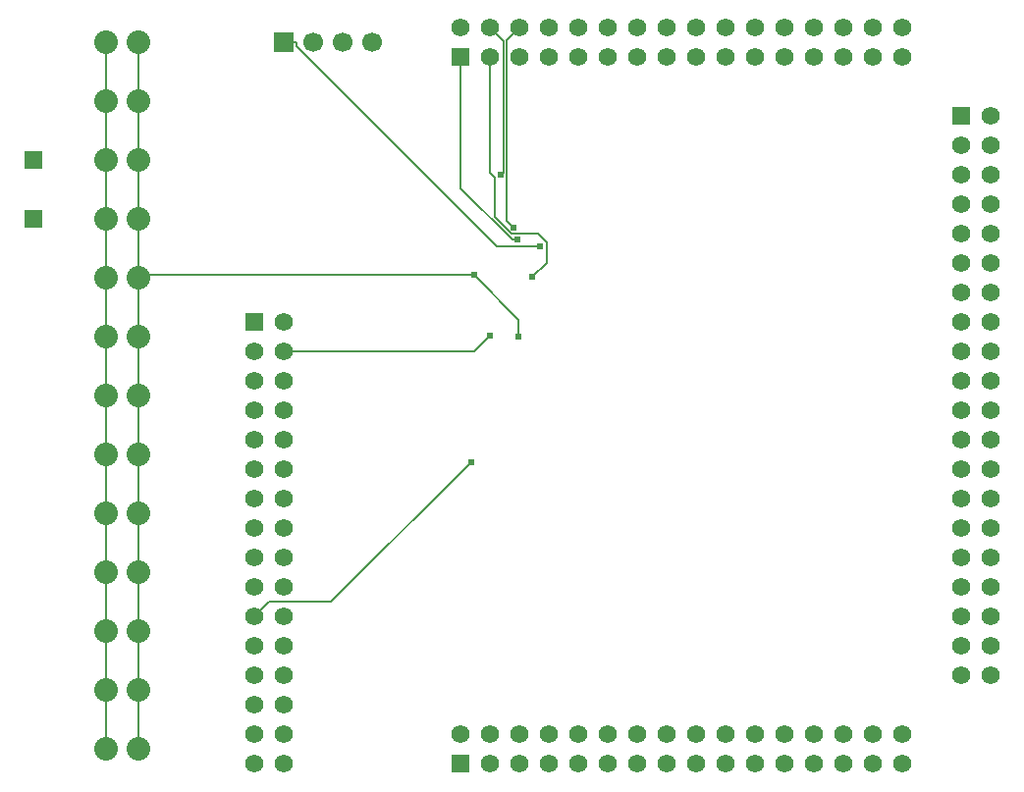
<source format=gbl>
G04 Layer: BottomLayer*
G04 EasyEDA v5.9.42, Mon, 25 Mar 2019 10:54:48 GMT*
G04 db78ead42679477a8d63b60b64d7050d*
G04 Gerber Generator version 0.2*
G04 Scale: 100 percent, Rotated: No, Reflected: No *
G04 Dimensions in inches *
G04 leading zeros omitted , absolute positions ,2 integer and 4 decimal *
%FSLAX24Y24*%
%MOIN*%
G90*
G70D02*

%ADD11C,0.006000*%
%ADD13C,0.024000*%
%ADD14R,0.062000X0.062000*%
%ADD15R,0.066929X0.066929*%
%ADD16C,0.066929*%
%ADD17C,0.080000*%
%ADD18C,0.062000*%

%LPD*%
G54D11*
G01X21435Y20400D02*
G01X21264Y20400D01*
G01X19500Y22165D01*
G01X19500Y26600D01*
G01X13926Y27100D02*
G01X13926Y26992D01*
G01X20742Y20177D01*
G01X22186Y20177D01*
G01X13500Y27100D02*
G01X13926Y27100D01*
G01X7450Y25100D02*
G01X7450Y27100D01*
G01X7450Y23100D02*
G01X7450Y25100D01*
G01X7450Y21100D02*
G01X7450Y23100D01*
G01X7450Y19100D02*
G01X7450Y21100D01*
G01X7450Y17100D02*
G01X7450Y19100D01*
G01X7450Y15100D02*
G01X7450Y17100D01*
G01X7450Y13100D02*
G01X7450Y15100D01*
G01X7450Y11100D02*
G01X7450Y13100D01*
G01X7450Y9100D02*
G01X7450Y11100D01*
G01X7450Y7100D02*
G01X7450Y9100D01*
G01X7450Y5100D02*
G01X7450Y7100D01*
G01X7450Y3100D02*
G01X7450Y5100D01*
G01X19965Y19207D02*
G01X21475Y17698D01*
G01X21475Y17126D01*
G01X21475Y17126D01*
G01X8550Y19207D02*
G01X8550Y21100D01*
G01X8550Y19100D02*
G01X8550Y19207D01*
G01X8550Y19207D02*
G01X19965Y19207D01*
G01X8550Y25100D02*
G01X8550Y27100D01*
G01X8550Y23100D02*
G01X8550Y25100D01*
G01X8550Y21100D02*
G01X8550Y23100D01*
G01X8550Y17100D02*
G01X8550Y19100D01*
G01X8550Y15100D02*
G01X8550Y17100D01*
G01X8550Y13100D02*
G01X8550Y15100D01*
G01X8550Y11100D02*
G01X8550Y13100D01*
G01X8550Y9100D02*
G01X8550Y11100D01*
G01X8550Y7100D02*
G01X8550Y9100D01*
G01X8550Y5100D02*
G01X8550Y7100D01*
G01X8550Y3100D02*
G01X8550Y5100D01*
G01X21940Y19159D02*
G01X22414Y19632D01*
G01X22414Y20319D01*
G01X22118Y20615D01*
G01X21221Y20615D01*
G01X20657Y21178D01*
G01X20657Y22511D01*
G01X20500Y22669D01*
G01X20500Y26600D01*
G01X21500Y27600D02*
G01X21077Y27177D01*
G01X21077Y21061D01*
G01X21307Y20830D01*
G01X13500Y16600D02*
G01X19948Y16600D01*
G01X20506Y17157D01*
G01X12500Y7600D02*
G01X13000Y8100D01*
G01X15089Y8100D01*
G01X19855Y12865D01*
G01X20500Y27600D02*
G01X20956Y27144D01*
G01X20956Y22690D01*
G01X20865Y22602D01*
G54D14*
G01X5000Y23100D03*
G01X5000Y21100D03*
G54D15*
G01X13500Y27100D03*
G54D16*
G01X14500Y27100D03*
G01X15500Y27100D03*
G01X16500Y27100D03*
G54D17*
G01X7450Y27100D03*
G01X8550Y27100D03*
G01X7450Y25100D03*
G01X8550Y25100D03*
G01X7450Y23100D03*
G01X8550Y23100D03*
G01X7450Y21100D03*
G01X8550Y21100D03*
G01X7450Y19100D03*
G01X8550Y19100D03*
G01X7450Y17100D03*
G01X8550Y17100D03*
G01X7450Y15100D03*
G01X8550Y15100D03*
G01X7450Y13100D03*
G01X8550Y13100D03*
G01X7450Y11100D03*
G01X8550Y11100D03*
G01X7450Y9100D03*
G01X8550Y9100D03*
G01X7450Y7100D03*
G01X8550Y7100D03*
G01X7450Y5100D03*
G01X8550Y5100D03*
G01X7450Y3100D03*
G01X8550Y3100D03*
G54D14*
G01X36500Y24600D03*
G54D18*
G01X37500Y24600D03*
G01X36500Y23600D03*
G01X37500Y23600D03*
G01X36500Y22600D03*
G01X37500Y22600D03*
G01X36500Y21600D03*
G01X37500Y21600D03*
G01X36500Y20600D03*
G01X37500Y20600D03*
G01X36500Y19600D03*
G01X37500Y19600D03*
G01X36500Y18600D03*
G01X37500Y18600D03*
G01X36500Y17600D03*
G01X37500Y17600D03*
G01X36500Y16600D03*
G01X37500Y16600D03*
G01X36500Y15600D03*
G01X37500Y15600D03*
G01X36500Y14600D03*
G01X37500Y14600D03*
G01X36500Y13600D03*
G01X37500Y13600D03*
G01X36500Y12600D03*
G01X37500Y12600D03*
G01X36500Y11600D03*
G01X37500Y11600D03*
G01X36500Y10600D03*
G01X37500Y10600D03*
G01X36500Y9600D03*
G01X37500Y9600D03*
G01X36500Y8600D03*
G01X37500Y8600D03*
G01X36500Y7600D03*
G01X37500Y7600D03*
G01X36500Y6600D03*
G01X37500Y6600D03*
G01X36500Y5600D03*
G01X37500Y5600D03*
G54D14*
G01X19500Y2600D03*
G54D18*
G01X19500Y3600D03*
G01X20500Y2600D03*
G01X20500Y3600D03*
G01X21500Y2600D03*
G01X21500Y3600D03*
G01X22500Y2600D03*
G01X22500Y3600D03*
G01X23500Y2600D03*
G01X23500Y3600D03*
G01X24500Y2600D03*
G01X24500Y3600D03*
G01X25500Y2600D03*
G01X25500Y3600D03*
G01X26500Y2600D03*
G01X26500Y3600D03*
G01X27500Y2600D03*
G01X27500Y3600D03*
G01X28500Y2600D03*
G01X28500Y3600D03*
G01X29500Y2600D03*
G01X29500Y3600D03*
G01X30500Y2600D03*
G01X30500Y3600D03*
G01X31500Y2600D03*
G01X31500Y3600D03*
G01X32500Y2600D03*
G01X32500Y3600D03*
G01X33500Y2600D03*
G01X33500Y3600D03*
G01X34500Y2600D03*
G01X34500Y3600D03*
G54D14*
G01X19500Y26600D03*
G54D18*
G01X19500Y27600D03*
G01X20500Y26600D03*
G01X20500Y27600D03*
G01X21500Y26600D03*
G01X21500Y27600D03*
G01X22500Y26600D03*
G01X22500Y27600D03*
G01X23500Y26600D03*
G01X23500Y27600D03*
G01X24500Y26600D03*
G01X24500Y27600D03*
G01X25500Y26600D03*
G01X25500Y27600D03*
G01X26500Y26600D03*
G01X26500Y27600D03*
G01X27500Y26600D03*
G01X27500Y27600D03*
G01X28500Y26600D03*
G01X28500Y27600D03*
G01X29500Y26600D03*
G01X29500Y27600D03*
G01X30500Y26600D03*
G01X30500Y27600D03*
G01X31500Y26600D03*
G01X31500Y27600D03*
G01X32500Y26600D03*
G01X32500Y27600D03*
G01X33500Y26600D03*
G01X33500Y27600D03*
G01X34500Y26600D03*
G01X34500Y27600D03*
G54D14*
G01X12500Y17600D03*
G54D18*
G01X13500Y17600D03*
G01X12500Y16600D03*
G01X13500Y16600D03*
G01X12500Y15600D03*
G01X13500Y15600D03*
G01X12500Y14600D03*
G01X13500Y14600D03*
G01X12500Y13600D03*
G01X13500Y13600D03*
G01X12500Y12600D03*
G01X13500Y12600D03*
G01X12500Y11600D03*
G01X13500Y11600D03*
G01X12500Y10600D03*
G01X13500Y10600D03*
G01X12500Y9600D03*
G01X13500Y9600D03*
G01X12500Y8600D03*
G01X13500Y8600D03*
G01X12500Y7600D03*
G01X13500Y7600D03*
G01X12500Y6600D03*
G01X13500Y6600D03*
G01X12500Y5600D03*
G01X13500Y5600D03*
G01X12500Y4600D03*
G01X13500Y4600D03*
G01X12500Y3600D03*
G01X13500Y3600D03*
G01X12500Y2600D03*
G01X13500Y2600D03*
G54D13*
G01X21435Y20400D03*
G01X22186Y20177D03*
G01X21475Y17126D03*
G01X19965Y19207D03*
G01X21940Y19159D03*
G01X21307Y20830D03*
G01X20506Y17157D03*
G01X19855Y12865D03*
G01X20865Y22602D03*
M00*
M02*

</source>
